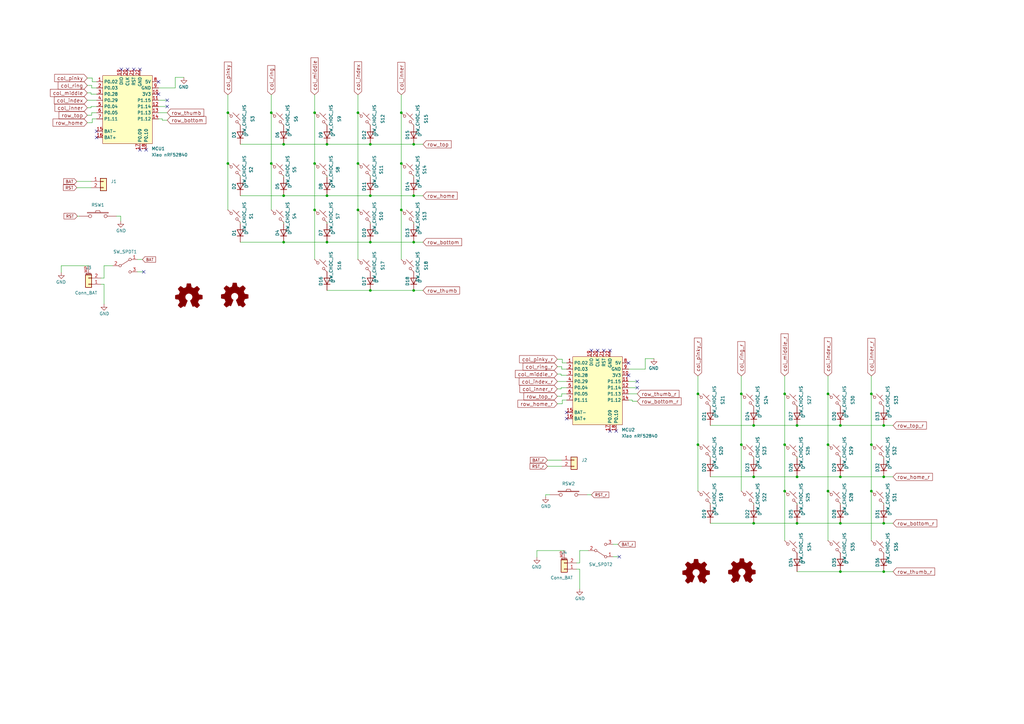
<source format=kicad_sch>
(kicad_sch (version 20231120) (generator "eeschema") (generator_version "8.0")
  (paper "A3")
  (title_block (title "Non Nemo Low Profile") (date "2025-04-09") (rev "0.2.0"))
  (junction (at 357.378 201.422))
  (junction (at 357.378 161.544))
  (junction (at 93.472 46.228))
  (junction (at 321.818 201.422))
  (junction (at 111.252 67.056))
  (junction (at 111.252 46.228))
  (junction (at 286.258 161.544))
  (junction (at 344.678 214.63))
  (junction (at 151.892 80.264))
  (junction (at 164.592 86.106))
  (junction (at 344.678 234.442))
  (junction (at 326.898 174.498))
  (junction (at 129.032 46.228))
  (junction (at 134.112 59.182))
  (junction (at 326.898 195.58))
  (junction (at 116.332 80.264))
  (junction (at 339.598 161.544))
  (junction (at 326.898 214.63))
  (junction (at 151.892 59.182))
  (junction (at 362.458 214.63))
  (junction (at 362.458 195.58))
  (junction (at 309.118 214.63))
  (junction (at 362.458 174.498))
  (junction (at 93.472 67.056))
  (junction (at 304.038 161.544))
  (junction (at 116.332 99.314))
  (junction (at 151.892 99.314))
  (junction (at 164.592 46.228))
  (junction (at 146.812 46.228))
  (junction (at 321.818 161.544))
  (junction (at 344.678 174.498))
  (junction (at 169.672 80.264))
  (junction (at 129.032 86.106))
  (junction (at 116.332 59.182))
  (junction (at 169.672 59.182))
  (junction (at 339.598 201.422))
  (junction (at 286.258 182.372))
  (junction (at 321.818 182.372))
  (junction (at 151.892 119.126))
  (junction (at 169.672 99.314))
  (junction (at 164.592 67.056))
  (junction (at 134.112 99.314))
  (junction (at 129.032 67.056))
  (junction (at 134.112 80.264))
  (junction (at 169.672 119.126))
  (junction (at 146.812 67.056))
  (junction (at 146.812 86.106))
  (junction (at 309.118 195.58))
  (junction (at 309.118 174.498))
  (junction (at 344.678 195.58))
  (junction (at 362.458 234.442))
  (junction (at 339.598 182.372))
  (junction (at 357.378 182.372))
  (junction (at 304.038 182.372))
  (no_connect (at 232.41 171.704))
  (no_connect (at 52.324 28.448))
  (no_connect (at 68.58 43.688))
  (no_connect (at 39.624 53.848))
  (no_connect (at 68.58 41.148))
  (no_connect (at 252.73 176.784))
  (no_connect (at 261.366 159.004))
  (no_connect (at 49.784 28.448))
  (no_connect (at 57.404 61.468))
  (no_connect (at 232.41 169.164))
  (no_connect (at 242.57 143.764))
  (no_connect (at 245.11 143.764))
  (no_connect (at 261.366 156.464))
  (no_connect (at 65.024 33.528))
  (no_connect (at 59.944 61.468))
  (no_connect (at 57.404 28.448))
  (no_connect (at 247.65 143.764))
  (no_connect (at 254 228.346))
  (no_connect (at 58.928 111.506))
  (no_connect (at 257.81 153.924))
  (no_connect (at 250.19 143.764))
  (no_connect (at 257.81 148.844))
  (no_connect (at 39.624 56.388))
  (no_connect (at 65.024 38.608))
  (no_connect (at 54.864 28.448))
  (no_connect (at 250.19 176.784))
  (wire (pts (xy 164.592 46.228) (xy 164.592 67.056)))
  (wire (pts (xy 344.678 195.58) (xy 362.458 195.58)))
  (wire (pts (xy 169.672 80.264) (xy 173.482 80.264)))
  (wire (pts (xy 339.598 182.372) (xy 339.598 201.422)))
  (wire (pts (xy 242.57 202.946) (xy 240.792 202.946)))
  (wire (pts (xy 111.252 46.228) (xy 111.252 67.056)))
  (wire (pts (xy 98.552 51.308) (xy 98.552 51.562)))
  (wire (pts (xy 164.592 38.862) (xy 164.592 46.228)))
  (wire (pts (xy 344.678 166.624) (xy 344.678 166.878)))
  (wire (pts (xy 42.672 116.586) (xy 41.402 116.586)))
  (wire (pts (xy 164.592 67.056) (xy 164.592 86.106)))
  (wire (pts (xy 37.592 47.244) (xy 37.592 46.228)))
  (wire (pts (xy 224.536 188.722) (xy 230.378 188.722)))
  (wire (pts (xy 309.118 206.502) (xy 309.118 207.01)))
  (wire (pts (xy 357.378 201.422) (xy 357.378 221.742)))
  (wire (pts (xy 309.118 214.63) (xy 326.898 214.63)))
  (wire (pts (xy 326.898 214.63) (xy 344.678 214.63)))
  (wire (pts (xy 228.6 150.368) (xy 230.378 150.368)))
  (wire (pts (xy 31.496 76.962) (xy 37.338 76.962)))
  (wire (pts (xy 223.774 202.946) (xy 225.552 202.946)))
  (wire (pts (xy 321.818 182.372) (xy 321.818 201.422)))
  (wire (pts (xy 66.548 48.768) (xy 65.024 48.768)))
  (wire (pts (xy 362.458 166.624) (xy 362.458 166.878)))
  (wire (pts (xy 344.678 234.442) (xy 362.458 234.442)))
  (wire (pts (xy 259.334 164.084) (xy 257.81 164.084)))
  (wire (pts (xy 42.672 108.966) (xy 42.672 114.046)))
  (wire (pts (xy 164.592 86.106) (xy 164.592 106.426)))
  (wire (pts (xy 37.592 36.068) (xy 39.624 36.068)))
  (wire (pts (xy 37.846 50.292) (xy 37.846 48.768)))
  (wire (pts (xy 169.672 91.186) (xy 169.672 91.694)))
  (wire (pts (xy 321.818 201.422) (xy 321.818 221.742)))
  (wire (pts (xy 169.672 99.314) (xy 173.482 99.314)))
  (wire (pts (xy 93.472 67.056) (xy 93.472 86.106)))
  (wire (pts (xy 251.46 223.266) (xy 253.492 223.266)))
  (wire (pts (xy 42.672 114.046) (xy 41.402 114.046)))
  (wire (pts (xy 264.668 151.384) (xy 257.81 151.384)))
  (wire (pts (xy 326.898 187.452) (xy 326.898 187.96)))
  (wire (pts (xy 344.678 214.63) (xy 362.458 214.63)))
  (wire (pts (xy 224.536 191.262) (xy 230.378 191.262)))
  (wire (pts (xy 37.338 44.196) (xy 37.338 43.688)))
  (wire (pts (xy 134.112 80.264) (xy 151.892 80.264)))
  (wire (pts (xy 58.928 111.506) (xy 56.388 111.506)))
  (wire (pts (xy 37.338 38.1) (xy 37.338 38.608)))
  (wire (pts (xy 362.458 195.58) (xy 366.268 195.58)))
  (wire (pts (xy 230.378 150.368) (xy 230.378 151.384)))
  (wire (pts (xy 304.038 182.372) (xy 304.038 201.422)))
  (wire (pts (xy 344.678 187.452) (xy 344.678 187.96)))
  (wire (pts (xy 68.58 41.148) (xy 65.024 41.148)))
  (wire (pts (xy 291.338 187.452) (xy 291.338 187.96)))
  (wire (pts (xy 326.898 206.502) (xy 326.898 207.01)))
  (wire (pts (xy 116.332 80.264) (xy 134.112 80.264)))
  (wire (pts (xy 111.252 67.056) (xy 111.252 86.106)))
  (wire (pts (xy 169.672 59.182) (xy 173.482 59.182)))
  (wire (pts (xy 129.032 46.228) (xy 129.032 67.056)))
  (wire (pts (xy 151.892 80.264) (xy 169.672 80.264)))
  (wire (pts (xy 35.814 44.196) (xy 37.338 44.196)))
  (wire (pts (xy 326.898 234.442) (xy 344.678 234.442)))
  (wire (pts (xy 93.472 46.228) (xy 93.472 67.056)))
  (wire (pts (xy 56.388 106.426) (xy 58.42 106.426)))
  (wire (pts (xy 111.252 38.862) (xy 111.252 46.228)))
  (wire (pts (xy 261.366 161.544) (xy 257.81 161.544)))
  (wire (pts (xy 357.378 182.372) (xy 357.378 201.422)))
  (wire (pts (xy 362.458 206.502) (xy 362.458 207.01)))
  (wire (pts (xy 31.75 88.646) (xy 32.512 88.646)))
  (wire (pts (xy 357.378 154.178) (xy 357.378 161.544)))
  (wire (pts (xy 93.472 38.862) (xy 93.472 46.228)))
  (wire (pts (xy 151.892 51.308) (xy 151.892 51.562)))
  (wire (pts (xy 259.334 164.592) (xy 259.334 164.084)))
  (wire (pts (xy 362.458 187.452) (xy 362.458 187.96)))
  (wire (pts (xy 71.882 36.068) (xy 65.024 36.068)))
  (wire (pts (xy 291.338 166.624) (xy 291.338 166.878)))
  (wire (pts (xy 134.112 99.314) (xy 151.892 99.314)))
  (wire (pts (xy 228.6 156.464) (xy 232.41 156.464)))
  (wire (pts (xy 228.6 162.56) (xy 230.378 162.56)))
  (wire (pts (xy 116.332 99.314) (xy 134.112 99.314)))
  (wire (pts (xy 261.366 164.592) (xy 259.334 164.592)))
  (wire (pts (xy 254 228.346) (xy 251.46 228.346)))
  (wire (pts (xy 151.892 119.126) (xy 169.672 119.126)))
  (wire (pts (xy 68.58 43.688) (xy 65.024 43.688)))
  (wire (pts (xy 237.744 233.426) (xy 236.474 233.426)))
  (wire (pts (xy 36.322 108.966) (xy 25.146 108.966)))
  (wire (pts (xy 326.898 166.624) (xy 326.898 166.878)))
  (wire (pts (xy 129.032 86.106) (xy 129.032 106.426)))
  (wire (pts (xy 37.846 48.768) (xy 39.624 48.768)))
  (wire (pts (xy 98.552 99.314) (xy 116.332 99.314)))
  (wire (pts (xy 173.482 119.126) (xy 169.672 119.126)))
  (wire (pts (xy 35.814 50.292) (xy 37.846 50.292)))
  (wire (pts (xy 230.378 161.544) (xy 232.41 161.544)))
  (wire (pts (xy 151.892 72.136) (xy 151.892 72.644)))
  (wire (pts (xy 230.378 151.384) (xy 232.41 151.384)))
  (wire (pts (xy 116.332 59.182) (xy 134.112 59.182)))
  (wire (pts (xy 344.678 174.498) (xy 362.458 174.498)))
  (wire (pts (xy 151.892 99.314) (xy 169.672 99.314)))
  (wire (pts (xy 230.124 159.512) (xy 230.124 159.004)))
  (wire (pts (xy 362.458 214.63) (xy 366.268 214.63)))
  (wire (pts (xy 35.814 38.1) (xy 37.338 38.1)))
  (wire (pts (xy 169.672 72.136) (xy 169.672 72.644)))
  (wire (pts (xy 286.258 154.178) (xy 286.258 161.544)))
  (wire (pts (xy 268.224 147.066) (xy 264.668 147.066)))
  (wire (pts (xy 68.58 46.228) (xy 65.024 46.228)))
  (wire (pts (xy 66.548 49.276) (xy 66.548 48.768)))
  (wire (pts (xy 230.632 165.608) (xy 230.632 164.084)))
  (wire (pts (xy 31.496 74.422) (xy 37.338 74.422)))
  (wire (pts (xy 228.6 159.512) (xy 230.124 159.512)))
  (wire (pts (xy 169.672 51.308) (xy 169.672 51.562)))
  (wire (pts (xy 146.812 38.862) (xy 146.812 46.228)))
  (wire (pts (xy 309.118 195.58) (xy 326.898 195.58)))
  (wire (pts (xy 220.218 225.806) (xy 220.218 228.6)))
  (wire (pts (xy 230.378 162.56) (xy 230.378 161.544)))
  (wire (pts (xy 339.598 161.544) (xy 339.598 182.372)))
  (wire (pts (xy 35.814 32.004) (xy 37.846 32.004)))
  (wire (pts (xy 309.118 174.498) (xy 326.898 174.498)))
  (wire (pts (xy 37.592 46.228) (xy 39.624 46.228)))
  (wire (pts (xy 75.438 31.75) (xy 71.882 31.75)))
  (wire (pts (xy 98.552 80.264) (xy 116.332 80.264)))
  (wire (pts (xy 291.338 206.502) (xy 291.338 207.01)))
  (wire (pts (xy 230.124 153.924) (xy 232.41 153.924)))
  (wire (pts (xy 304.038 154.178) (xy 304.038 161.544)))
  (wire (pts (xy 326.898 195.58) (xy 344.678 195.58)))
  (wire (pts (xy 42.672 116.586) (xy 42.672 124.714)))
  (wire (pts (xy 237.744 233.426) (xy 237.744 241.554)))
  (wire (pts (xy 71.882 31.75) (xy 71.882 36.068)))
  (wire (pts (xy 35.814 47.244) (xy 37.592 47.244)))
  (wire (pts (xy 37.592 35.052) (xy 37.592 36.068)))
  (wire (pts (xy 366.268 234.442) (xy 362.458 234.442)))
  (wire (pts (xy 42.672 108.966) (xy 46.228 108.966)))
  (wire (pts (xy 291.338 214.63) (xy 309.118 214.63)))
  (wire (pts (xy 37.338 38.608) (xy 39.624 38.608)))
  (wire (pts (xy 228.6 153.416) (xy 230.124 153.416)))
  (wire (pts (xy 321.818 154.178) (xy 321.818 161.544)))
  (wire (pts (xy 151.892 91.186) (xy 151.892 91.694)))
  (wire (pts (xy 49.53 88.646) (xy 47.752 88.646)))
  (wire (pts (xy 237.744 225.806) (xy 241.3 225.806)))
  (wire (pts (xy 68.58 49.276) (xy 66.548 49.276)))
  (wire (pts (xy 291.338 195.58) (xy 309.118 195.58)))
  (wire (pts (xy 230.632 147.32) (xy 230.632 148.844)))
  (wire (pts (xy 116.332 72.136) (xy 116.332 72.644)))
  (wire (pts (xy 37.338 43.688) (xy 39.624 43.688)))
  (wire (pts (xy 35.814 41.148) (xy 39.624 41.148)))
  (wire (pts (xy 357.378 161.544) (xy 357.378 182.372)))
  (wire (pts (xy 339.598 154.178) (xy 339.598 161.544)))
  (wire (pts (xy 134.112 51.308) (xy 134.112 51.562)))
  (wire (pts (xy 231.394 225.806) (xy 220.218 225.806)))
  (wire (pts (xy 291.338 174.498) (xy 309.118 174.498)))
  (wire (pts (xy 326.898 174.498) (xy 344.678 174.498)))
  (wire (pts (xy 134.112 91.186) (xy 134.112 91.694)))
  (wire (pts (xy 116.332 51.308) (xy 116.332 51.562)))
  (wire (pts (xy 286.258 161.544) (xy 286.258 182.372)))
  (wire (pts (xy 37.846 32.004) (xy 37.846 33.528)))
  (wire (pts (xy 321.818 161.544) (xy 321.818 182.372)))
  (wire (pts (xy 264.668 147.066) (xy 264.668 151.384)))
  (wire (pts (xy 228.6 147.32) (xy 230.632 147.32)))
  (wire (pts (xy 228.6 165.608) (xy 230.632 165.608)))
  (wire (pts (xy 339.598 201.422) (xy 339.598 221.742)))
  (wire (pts (xy 261.366 156.464) (xy 257.81 156.464)))
  (wire (pts (xy 309.118 166.624) (xy 309.118 166.878)))
  (wire (pts (xy 129.032 67.056) (xy 129.032 86.106)))
  (wire (pts (xy 98.552 91.186) (xy 98.552 91.694)))
  (wire (pts (xy 237.744 230.886) (xy 236.474 230.886)))
  (wire (pts (xy 116.332 91.186) (xy 116.332 91.694)))
  (wire (pts (xy 362.458 174.498) (xy 366.268 174.498)))
  (wire (pts (xy 49.53 90.678) (xy 49.53 88.646)))
  (wire (pts (xy 261.366 159.004) (xy 257.81 159.004)))
  (wire (pts (xy 309.118 187.452) (xy 309.118 187.96)))
  (wire (pts (xy 230.632 148.844) (xy 232.41 148.844)))
  (wire (pts (xy 134.112 119.126) (xy 151.892 119.126)))
  (wire (pts (xy 151.892 59.182) (xy 169.672 59.182)))
  (wire (pts (xy 98.552 59.182) (xy 116.332 59.182)))
  (wire (pts (xy 35.814 35.052) (xy 37.592 35.052)))
  (wire (pts (xy 304.038 161.544) (xy 304.038 182.372)))
  (wire (pts (xy 98.552 72.136) (xy 98.552 72.644)))
  (wire (pts (xy 25.146 108.966) (xy 25.146 111.76)))
  (wire (pts (xy 230.124 159.004) (xy 232.41 159.004)))
  (wire (pts (xy 286.258 182.372) (xy 286.258 201.422)))
  (wire (pts (xy 344.678 206.502) (xy 344.678 207.01)))
  (wire (pts (xy 230.124 153.416) (xy 230.124 153.924)))
  (wire (pts (xy 146.812 67.056) (xy 146.812 86.106)))
  (wire (pts (xy 230.632 164.084) (xy 232.41 164.084)))
  (wire (pts (xy 134.112 72.136) (xy 134.112 72.644)))
  (wire (pts (xy 129.032 38.862) (xy 129.032 46.228)))
  (wire (pts (xy 134.112 59.182) (xy 151.892 59.182)))
  (wire (pts (xy 146.812 86.106) (xy 146.812 106.426)))
  (wire (pts (xy 37.846 33.528) (xy 39.624 33.528)))
  (wire (pts (xy 223.774 203.708) (xy 223.774 202.946)))
  (wire (pts (xy 237.744 225.806) (xy 237.744 230.886)))
  (wire (pts (xy 146.812 46.228) (xy 146.812 67.056)))
  (global_label "row_top" (shape input) (at 173.482 59.182 0) (effects (font (size 1.524 1.524))) (property "Intersheetrefs" "${INTERSHEET_REFS}" (effects (hide yes))))
  (global_label "row_home" (shape input) (at 173.482 80.264 0) (effects (font (size 1.524 1.524))) (property "Intersheetrefs" "${INTERSHEET_REFS}" (effects (hide yes))))
  (global_label "col_pinky" (shape input) (at 35.814 32.004 180) (effects (font (size 1.524 1.524))) (property "Intersheetrefs" "${INTERSHEET_REFS}" (effects (hide yes))))
  (global_label "row_top_r" (shape input) (at 366.268 174.498 0) (effects (font (size 1.524 1.524))) (property "Intersheetrefs" "${INTERSHEET_REFS}" (effects (hide yes))))
  (global_label "col_pinky_r" (shape input) (at 286.258 154.178 90) (effects (font (size 1.524 1.524))) (property "Intersheetrefs" "${INTERSHEET_REFS}" (effects (hide yes))))
  (global_label "col_index_r" (shape input) (at 339.598 154.178 90) (effects (font (size 1.524 1.524))) (property "Intersheetrefs" "${INTERSHEET_REFS}" (effects (hide yes))))
  (global_label "row_thumb" (shape input) (at 68.58 46.228 0) (effects (font (size 1.524 1.524))) (property "Intersheetrefs" "${INTERSHEET_REFS}" (effects (hide yes))))
  (global_label "row_top_r" (shape input) (at 228.6 162.56 180) (effects (font (size 1.524 1.524))) (property "Intersheetrefs" "${INTERSHEET_REFS}" (effects (hide yes))))
  (global_label "col_middle_r" (shape input) (at 228.6 153.416 180) (effects (font (size 1.524 1.524))) (property "Intersheetrefs" "${INTERSHEET_REFS}" (effects (hide yes))))
  (global_label "BAT" (shape input) (at 31.496 74.422 180) (effects (font (size 1.1938 1.1938))) (property "Intersheetrefs" "${INTERSHEET_REFS}" (effects (hide yes))))
  (global_label "RST" (shape input) (at 31.496 76.962 180) (effects (font (size 1.1938 1.1938))) (property "Intersheetrefs" "${INTERSHEET_REFS}" (effects (hide yes))))
  (global_label "col_inner_r" (shape input) (at 357.378 154.178 90) (effects (font (size 1.524 1.524))) (property "Intersheetrefs" "${INTERSHEET_REFS}" (effects (hide yes))))
  (global_label "col_pinky" (shape input) (at 93.472 38.862 90) (effects (font (size 1.524 1.524))) (property "Intersheetrefs" "${INTERSHEET_REFS}" (effects (hide yes))))
  (global_label "col_inner" (shape input) (at 164.592 38.862 90) (effects (font (size 1.524 1.524))) (property "Intersheetrefs" "${INTERSHEET_REFS}" (effects (hide yes))))
  (global_label "col_pinky_r" (shape input) (at 228.6 147.32 180) (effects (font (size 1.524 1.524))) (property "Intersheetrefs" "${INTERSHEET_REFS}" (effects (hide yes))))
  (global_label "col_ring" (shape input) (at 111.252 38.862 90) (effects (font (size 1.524 1.524))) (property "Intersheetrefs" "${INTERSHEET_REFS}" (effects (hide yes))))
  (global_label "row_bottom" (shape input) (at 173.482 99.314 0) (effects (font (size 1.524 1.524))) (property "Intersheetrefs" "${INTERSHEET_REFS}" (effects (hide yes))))
  (global_label "col_index" (shape input) (at 35.814 41.148 180) (effects (font (size 1.524 1.524))) (property "Intersheetrefs" "${INTERSHEET_REFS}" (effects (hide yes))))
  (global_label "BAT_r" (shape input) (at 224.536 188.722 180) (effects (font (size 1.1938 1.1938))) (property "Intersheetrefs" "${INTERSHEET_REFS}" (effects (hide yes))))
  (global_label "col_ring_r" (shape input) (at 228.6 150.368 180) (effects (font (size 1.524 1.524))) (property "Intersheetrefs" "${INTERSHEET_REFS}" (effects (hide yes))))
  (global_label "col_middle" (shape input) (at 35.814 38.1 180) (effects (font (size 1.524 1.524))) (property "Intersheetrefs" "${INTERSHEET_REFS}" (effects (hide yes))))
  (global_label "row_bottom_r" (shape input) (at 366.268 214.63 0) (effects (font (size 1.524 1.524))) (property "Intersheetrefs" "${INTERSHEET_REFS}" (effects (hide yes))))
  (global_label "RST_r" (shape input) (at 242.57 202.946 0) (effects (font (size 1.1938 1.1938))) (property "Intersheetrefs" "${INTERSHEET_REFS}" (effects (hide yes))))
  (global_label "row_thumb" (shape input) (at 173.482 119.126 0) (effects (font (size 1.524 1.524))) (property "Intersheetrefs" "${INTERSHEET_REFS}" (effects (hide yes))))
  (global_label "col_ring_r" (shape input) (at 304.038 154.178 90) (effects (font (size 1.524 1.524))) (property "Intersheetrefs" "${INTERSHEET_REFS}" (effects (hide yes))))
  (global_label "col_index" (shape input) (at 146.812 38.862 90) (effects (font (size 1.524 1.524))) (property "Intersheetrefs" "${INTERSHEET_REFS}" (effects (hide yes))))
  (global_label "RST_r" (shape input) (at 224.536 191.262 180) (effects (font (size 1.1938 1.1938))) (property "Intersheetrefs" "${INTERSHEET_REFS}" (effects (hide yes))))
  (global_label "col_inner_r" (shape input) (at 228.6 159.512 180) (effects (font (size 1.524 1.524))) (property "Intersheetrefs" "${INTERSHEET_REFS}" (effects (hide yes))))
  (global_label "row_home_r" (shape input) (at 228.6 165.608 180) (effects (font (size 1.524 1.524))) (property "Intersheetrefs" "${INTERSHEET_REFS}" (effects (hide yes))))
  (global_label "row_home" (shape input) (at 35.814 50.292 180) (effects (font (size 1.524 1.524))) (property "Intersheetrefs" "${INTERSHEET_REFS}" (effects (hide yes))))
  (global_label "col_middle" (shape input) (at 129.032 38.862 90) (effects (font (size 1.524 1.524))) (property "Intersheetrefs" "${INTERSHEET_REFS}" (effects (hide yes))))
  (global_label "row_thumb_r" (shape input) (at 261.366 161.544 0) (effects (font (size 1.524 1.524))) (property "Intersheetrefs" "${INTERSHEET_REFS}" (effects (hide yes))))
  (global_label "BAT_r" (shape input) (at 253.492 223.266 0) (effects (font (size 1.1938 1.1938))) (property "Intersheetrefs" "${INTERSHEET_REFS}" (effects (hide yes))))
  (global_label "row_bottom_r" (shape input) (at 261.366 164.592 0) (effects (font (size 1.524 1.524))) (property "Intersheetrefs" "${INTERSHEET_REFS}" (effects (hide yes))))
  (global_label "col_ring" (shape input) (at 35.814 35.052 180) (effects (font (size 1.524 1.524))) (property "Intersheetrefs" "${INTERSHEET_REFS}" (effects (hide yes))))
  (global_label "col_index_r" (shape input) (at 228.6 156.464 180) (effects (font (size 1.524 1.524))) (property "Intersheetrefs" "${INTERSHEET_REFS}" (effects (hide yes))))
  (global_label "col_inner" (shape input) (at 35.814 44.196 180) (effects (font (size 1.524 1.524))) (property "Intersheetrefs" "${INTERSHEET_REFS}" (effects (hide yes))))
  (global_label "row_bottom" (shape input) (at 68.58 49.276 0) (effects (font (size 1.524 1.524))) (property "Intersheetrefs" "${INTERSHEET_REFS}" (effects (hide yes))))
  (global_label "BAT" (shape input) (at 58.42 106.426 0) (effects (font (size 1.1938 1.1938))) (property "Intersheetrefs" "${INTERSHEET_REFS}" (effects (hide yes))))
  (global_label "RST" (shape input) (at 31.75 88.646 180) (effects (font (size 1.1938 1.1938))) (property "Intersheetrefs" "${INTERSHEET_REFS}" (effects (hide yes))))
  (global_label "row_home_r" (shape input) (at 366.268 195.58 0) (effects (font (size 1.524 1.524))) (property "Intersheetrefs" "${INTERSHEET_REFS}" (effects (hide yes))))
  (global_label "row_top" (shape input) (at 35.814 47.244 180) (effects (font (size 1.524 1.524))) (property "Intersheetrefs" "${INTERSHEET_REFS}" (effects (hide yes))))
  (global_label "row_thumb_r" (shape input) (at 366.268 234.442 0) (effects (font (size 1.524 1.524))) (property "Intersheetrefs" "${INTERSHEET_REFS}" (effects (hide yes))))
  (global_label "col_middle_r" (shape input) (at 321.818 154.178 90) (effects (font (size 1.524 1.524))) (property "Intersheetrefs" "${INTERSHEET_REFS}" (effects (hide yes))))
  (symbol (lib_id "Device:D") (at 134.112 55.372 90) (unit 1)
    (property "Reference" "D9" (at 131.572 55.372 0))
    (property "Value" "D" (at 136.652 55.372 0))
    (property "Footprint" "TB2086_SMD:D3_SMD" (effects (hide yes)))
    (property "Sim.Device" "D" (effects (hide yes)))
    (property "Sim.Pins" "1=K 2=A" (effects (hide yes)))
  )
  (symbol (lib_id "Connector_Generic:Conn_01x02") (at 42.418 74.422 0) (unit 1)
    (property "Reference" "J1" (at 45.466 74.4219 0) (effects (justify left)))
    (property "Value" "Conn_01x02" (effects (hide yes)))
    (property "Footprint" "TB2086_MISC:Tag_Pogopin_1x02_P2.54mm" (effects (hide yes)))
    (property "Description" "Generic connector, single row, 01x02, script generated (kicad-library-utils/schlib/autogen/connector/)" (effects (hide yes)))
  )
  (symbol (lib_id "power:GND") (at 237.744 241.554 0) (mirror y) (unit 1)
    (property "Reference" "#PWR06" (effects (hide yes)))
    (property "Value" "GND" (at 237.871 245.491 0))
  )
  (symbol (lib_id "Device:D") (at 326.898 170.688 90) (unit 1)
    (property "Reference" "D27" (at 324.358 170.688 0))
    (property "Value" "D" (at 329.438 170.688 0))
    (property "Footprint" "TB2086_SMD:D3_SMD" (effects (hide yes)))
    (property "Sim.Device" "D" (effects (hide yes)))
    (property "Sim.Pins" "1=K 2=A" (effects (hide yes)))
  )
  (symbol (lib_id "Device:D") (at 291.338 170.688 90) (unit 1)
    (property "Reference" "D21" (at 288.798 170.688 0))
    (property "Value" "D" (at 293.878 170.688 0))
    (property "Footprint" "TB2086_SMD:D3_SMD" (effects (hide yes)))
    (property "Sim.Device" "D" (effects (hide yes)))
    (property "Sim.Pins" "1=K 2=A" (effects (hide yes)))
  )
  (symbol (lib_id "Device:D") (at 116.332 76.454 90) (unit 1)
    (property "Reference" "D5" (at 113.792 76.454 0))
    (property "Value" "D" (at 118.872 76.454 0))
    (property "Footprint" "TB2086_SMD:D3_SMD" (effects (hide yes)))
    (property "Sim.Device" "D" (effects (hide yes)))
    (property "Sim.Pins" "1=K 2=A" (effects (hide yes)))
  )
  (symbol (lib_id "TB2086_KEYSWITCH:SW_CHOC_HS") (at 342.138 224.282 270) (mirror x) (unit 1)
    (property "Reference" "S35" (at 349.758 224.282 0))
    (property "Value" "SW_CHOC_HS" (at 346.329 224.663 0))
    (property "Footprint" "TB2086_KEYSWITCH:SW_choc_v1_v2_HS_1u" (effects (hide yes)))
    (property "Description" "Push button switch, normally open, two pins, 45° tilted" (effects (hide yes)))
  )
  (symbol (lib_id "power:GND") (at 42.672 124.714 0) (mirror y) (unit 1)
    (property "Reference" "#PWR03" (effects (hide yes)))
    (property "Value" "GND" (at 42.799 128.651 0))
  )
  (symbol (lib_id "TB2086_KEYSWITCH:SW_CHOC_HS") (at 324.358 224.282 270) (mirror x) (unit 1)
    (property "Reference" "S34" (at 331.978 224.282 0))
    (property "Value" "SW_CHOC_HS" (at 328.549 224.663 0))
    (property "Footprint" "TB2086_KEYSWITCH:SW_choc_v1_v2_HS_1u" (effects (hide yes)))
    (property "Description" "Push button switch, normally open, two pins, 45° tilted" (effects (hide yes)))
  )
  (symbol (lib_id "Device:D") (at 326.898 210.82 90) (unit 1)
    (property "Reference" "D25" (at 324.358 210.82 0))
    (property "Value" "D" (at 329.438 210.82 0))
    (property "Footprint" "TB2086_SMD:D3_SMD" (effects (hide yes)))
    (property "Sim.Device" "D" (effects (hide yes)))
    (property "Sim.Pins" "1=K 2=A" (effects (hide yes)))
  )
  (symbol (lib_id "TB2086_KEYSWITCH:SW_CHOC_HS") (at 342.138 184.912 270) (mirror x) (unit 1)
    (property "Reference" "S29" (at 349.123 184.912 0))
    (property "Value" "SW_CHOC_HS" (at 346.329 185.293 0))
    (property "Footprint" "TB2086_KEYSWITCH:SW_choc_v1_v2_HS_1u" (effects (hide yes)))
    (property "Description" "Push button switch, normally open, two pins, 45° tilted" (effects (hide yes)))
  )
  (symbol (lib_id "Device:D") (at 116.332 55.372 90) (unit 1)
    (property "Reference" "D6" (at 113.792 55.372 0))
    (property "Value" "D" (at 118.872 55.372 0))
    (property "Footprint" "TB2086_SMD:D3_SMD" (effects (hide yes)))
    (property "Sim.Device" "D" (effects (hide yes)))
    (property "Sim.Pins" "1=K 2=A" (effects (hide yes)))
  )
  (symbol (lib_id "Device:D") (at 362.458 230.632 90) (unit 1)
    (property "Reference" "D36" (at 359.918 230.632 0))
    (property "Value" "D" (at 364.998 230.632 0))
    (property "Footprint" "TB2086_SMD:D3_SMD" (effects (hide yes)))
    (property "Sim.Device" "D" (effects (hide yes)))
    (property "Sim.Pins" "1=K 2=A" (effects (hide yes)))
  )
  (symbol (lib_id "Device:D") (at 116.332 95.504 90) (unit 1)
    (property "Reference" "D4" (at 113.792 95.504 0))
    (property "Value" "D" (at 118.872 95.504 0))
    (property "Footprint" "TB2086_SMD:D3_SMD" (effects (hide yes)))
    (property "Sim.Device" "D" (effects (hide yes)))
    (property "Sim.Pins" "1=K 2=A" (effects (hide yes)))
  )
  (symbol (lib_id "TB2086_KEYSWITCH:SW_CHOC_HS") (at 288.798 164.084 270) (mirror x) (unit 1)
    (property "Reference" "S21" (at 296.418 164.084 0))
    (property "Value" "SW_CHOC_HS" (at 292.989 164.465 0))
    (property "Footprint" "TB2086_KEYSWITCH:SW_choc_v1_v2_HS_1u" (effects (hide yes)))
    (property "Description" "Push button switch, normally open, two pins, 45° tilted" (effects (hide yes)))
  )
  (symbol (lib_id "power:GND") (at 561.34 21.59 0) (unit 1)
    (property "Reference" "#PWR023" (effects (hide yes)))
    (property "Value" "GND" (at 561.34 25.4 0))
  )
  (symbol (lib_id "power:GND") (at 25.146 111.76 0) (unit 1)
    (property "Reference" "#PWR02" (effects (hide yes)))
    (property "Value" "GND" (at 25.019 115.697 0))
  )
  (symbol (lib_id "TB2086_KEYSWITCH:SW_CHOC_HS") (at 149.352 48.768 270) (mirror x) (unit 1)
    (property "Reference" "S12" (at 156.972 48.768 0))
    (property "Value" "SW_CHOC_HS" (at 153.543 49.149 0))
    (property "Footprint" "TB2086_KEYSWITCH:SW_choc_v1_v2_HS_1u" (effects (hide yes)))
    (property "Description" "Push button switch, normally open, two pins, 45° tilted" (effects (hide yes)))
  )
  (symbol (lib_id "Device:D") (at 344.678 170.688 90) (unit 1)
    (property "Reference" "D30" (at 342.138 170.688 0))
    (property "Value" "D" (at 347.218 170.688 0))
    (property "Footprint" "TB2086_SMD:D3_SMD" (effects (hide yes)))
    (property "Sim.Device" "D" (effects (hide yes)))
    (property "Sim.Pins" "1=K 2=A" (effects (hide yes)))
  )
  (symbol (lib_id "TB2086_MCU:xiao_nRF52840") (at 245.11 162.814 0) (unit 1) (in_bom no)
    (property "Reference" "MCU2" (at 254.9241 176.276 0) (effects (justify left)))
    (property "Value" "Xiao nRF52840" (at 254.9241 178.816 0) (effects (justify left)))
    (property "Footprint" "TB2086_G_MCU:Xiao_nRF52840_edgecut" (effects (hide yes)))
    (property "Description" "Symbol for a Seeeduino Xiao nRF52840" (effects (hide yes)))
  )
  (symbol (lib_id "Device:D") (at 362.458 170.688 90) (unit 1)
    (property "Reference" "D33" (at 359.918 170.688 0))
    (property "Value" "D" (at 364.998 170.688 0))
    (property "Footprint" "TB2086_SMD:D3_SMD" (effects (hide yes)))
    (property "Sim.Device" "D" (effects (hide yes)))
    (property "Sim.Pins" "1=K 2=A" (effects (hide yes)))
  )
  (symbol (lib_id "power:PWR_FLAG") (at 571.5 21.59 180) (unit 1)
    (property "Reference" "#FLG02" (effects (hide yes)))
    (property "Value" "PWR_FLAG" (at 571.5 25.4 0))
  )
  (symbol (lib_id "TB2086_KEYSWITCH:SW_CHOC_HS") (at 288.798 184.912 270) (mirror x) (unit 1)
    (property "Reference" "S20" (at 295.783 184.912 0))
    (property "Value" "SW_CHOC_HS" (at 292.989 185.293 0))
    (property "Footprint" "TB2086_KEYSWITCH:SW_choc_v1_v2_HS_1u" (effects (hide yes)))
    (property "Description" "Push button switch, normally open, two pins, 45° tilted" (effects (hide yes)))
  )
  (symbol (lib_id "Device:D") (at 169.672 55.372 90) (unit 1)
    (property "Reference" "D15" (at 167.132 55.372 0))
    (property "Value" "D" (at 172.212 55.372 0))
    (property "Footprint" "TB2086_SMD:D3_SMD" (effects (hide yes)))
    (property "Sim.Device" "D" (effects (hide yes)))
    (property "Sim.Pins" "1=K 2=A" (effects (hide yes)))
  )
  (symbol (lib_id "Device:D") (at 151.892 95.504 90) (unit 1)
    (property "Reference" "D10" (at 149.352 95.504 0))
    (property "Value" "D" (at 154.432 95.504 0))
    (property "Footprint" "TB2086_SMD:D3_SMD" (effects (hide yes)))
    (property "Sim.Device" "D" (effects (hide yes)))
    (property "Sim.Pins" "1=K 2=A" (effects (hide yes)))
  )
  (symbol (lib_id "Device:D") (at 309.118 210.82 90) (unit 1)
    (property "Reference" "D22" (at 306.578 210.82 0))
    (property "Value" "D" (at 311.658 210.82 0))
    (property "Footprint" "TB2086_SMD:D3_SMD" (effects (hide yes)))
    (property "Sim.Device" "D" (effects (hide yes)))
    (property "Sim.Pins" "1=K 2=A" (effects (hide yes)))
  )
  (symbol (lib_id "Device:D") (at 134.112 95.504 90) (unit 1)
    (property "Reference" "D7" (at 131.572 95.504 0))
    (property "Value" "D" (at 136.652 95.504 0))
    (property "Footprint" "TB2086_SMD:D3_SMD" (effects (hide yes)))
    (property "Sim.Device" "D" (effects (hide yes)))
    (property "Sim.Pins" "1=K 2=A" (effects (hide yes)))
  )
  (symbol (lib_id "TB2086_SMD:SMT 2X4X3.5MM Tactile Tact Push Button") (at 40.132 88.646 0) (unit 1)
    (property "Reference" "RSW1" (at 40.132 84.074 0))
    (property "Value" "SMT 2X4X3.5MM Tactile Tact Push Button" (effects (hide yes)))
    (property "Footprint" "TB2086_SMD:SMT 2X4X3.5MM Tactile Tact Push Button" (effects (hide yes)))
  )
  (symbol (lib_id "TB2086_KEYSWITCH:SW_CHOC_HS") (at 167.132 69.596 270) (mirror x) (unit 1)
    (property "Reference" "S14" (at 174.117 69.596 0))
    (property "Value" "SW_CHOC_HS" (at 171.323 69.977 0))
    (property "Footprint" "TB2086_KEYSWITCH:SW_choc_v1_v2_HS_1u" (effects (hide yes)))
    (property "Description" "Push button switch, normally open, two pins, 45° tilted" (effects (hide yes)))
  )
  (symbol (lib_id "TB2086_SMD:SMT 2X4X3.5MM Tactile Tact Push Button") (at 233.172 202.946 0) (unit 1)
    (property "Reference" "RSW2" (at 233.172 198.374 0))
    (property "Value" "SMT 2X4X3.5MM Tactile Tact Push Button" (effects (hide yes)))
    (property "Footprint" "TB2086_SMD:SMT 2X4X3.5MM Tactile Tact Push Button" (effects (hide yes)))
  )
  (symbol (lib_id "Connector_Generic_MountingPin:Conn_01x02_MountingPin") (at 231.394 233.426 180) (unit 1)
    (property "Reference" "J4" (at 231.394 226.6061 0))
    (property "Value" "Conn_BAT" (at 230.4034 236.9566 0))
    (property "Footprint" "TB2086_SMD:Molex_Pico-EZmate_78171-0002_1x02-1MP_P1.20mm_HandSolder" (effects (hide yes)))
    (property "Description" "Generic connectable mounting pin connector, single row, 01x02, script generated (kicad-library-utils/schlib/autogen/connector/)" (effects (hide yes)))
  )
  (symbol (lib_id "Device:D") (at 98.552 55.372 90) (unit 1)
    (property "Reference" "D3" (at 96.012 55.372 0))
    (property "Value" "D" (at 101.092 55.372 0))
    (property "Footprint" "TB2086_SMD:D3_SMD" (effects (hide yes)))
    (property "Sim.Device" "D" (effects (hide yes)))
    (property "Sim.Pins" "1=K 2=A" (effects (hide yes)))
  )
  (symbol (lib_id "TB2086_KEYSWITCH:SW_CHOC_HS") (at 359.918 184.912 270) (mirror x) (unit 1)
    (property "Reference" "S32" (at 366.903 184.912 0))
    (property "Value" "SW_CHOC_HS" (at 364.109 185.293 0))
    (property "Footprint" "TB2086_KEYSWITCH:SW_choc_v1_v2_HS_1u" (effects (hide yes)))
    (property "Description" "Push button switch, normally open, two pins, 45° tilted" (effects (hide yes)))
  )
  (symbol (lib_id "Device:D") (at 169.672 115.316 90) (unit 1)
    (property "Reference" "D18" (at 167.132 115.316 0))
    (property "Value" "D" (at 172.212 115.316 0))
    (property "Footprint" "TB2086_SMD:D3_SMD" (effects (hide yes)))
    (property "Sim.Device" "D" (effects (hide yes)))
    (property "Sim.Pins" "1=K 2=A" (effects (hide yes)))
  )
  (symbol (lib_id "TB2086_KEYSWITCH:SW_CHOC_HS") (at 288.798 203.962 270) (mirror x) (unit 1)
    (property "Reference" "S19" (at 295.783 203.962 0))
    (property "Value" "SW_CHOC_HS" (at 292.989 204.343 0))
    (property "Footprint" "TB2086_KEYSWITCH:SW_choc_v1_v2_HS_1u" (effects (hide yes)))
    (property "Description" "Push button switch, normally open, two pins, 45° tilted" (effects (hide yes)))
  )
  (symbol (lib_id "TB2086_KEYSWITCH:SW_CHOC_HS") (at 131.572 108.966 270) (mirror x) (unit 1)
    (property "Reference" "S16" (at 139.192 108.966 0))
    (property "Value" "SW_CHOC_HS" (at 135.763 109.347 0))
    (property "Footprint" "TB2086_KEYSWITCH:SW_choc_v1_v2_HS_1u" (effects (hide yes)))
    (property "Description" "Push button switch, normally open, two pins, 45° tilted" (effects (hide yes)))
  )
  (symbol (lib_id "TB2086_KEYSWITCH:SW_CHOC_HS") (at 359.918 164.084 270) (mirror x) (unit 1)
    (property "Reference" "S33" (at 367.538 164.084 0))
    (property "Value" "SW_CHOC_HS" (at 364.109 164.465 0))
    (property "Footprint" "TB2086_KEYSWITCH:SW_choc_v1_v2_HS_1u" (effects (hide yes)))
    (property "Description" "Push button switch, normally open, two pins, 45° tilted" (effects (hide yes)))
  )
  (symbol (lib_id "TB2086_KEYSWITCH:SW_CHOC_HS") (at 131.572 88.646 270) (mirror x) (unit 1)
    (property "Reference" "S7" (at 138.557 88.646 0))
    (property "Value" "SW_CHOC_HS" (at 135.763 89.027 0))
    (property "Footprint" "TB2086_KEYSWITCH:SW_choc_v1_v2_HS_1u" (effects (hide yes)))
    (property "Description" "Push button switch, normally open, two pins, 45° tilted" (effects (hide yes)))
  )
  (symbol (lib_id "TB2086_KEYSWITCH:SW_CHOC_HS") (at 167.132 108.966 270) (mirror x) (unit 1)
    (property "Reference" "S18" (at 174.752 108.966 0))
    (property "Value" "SW_CHOC_HS" (at 171.323 109.347 0))
    (property "Footprint" "TB2086_KEYSWITCH:SW_choc_v1_v2_HS_1.5u" (effects (hide yes)))
    (property "Description" "Push button switch, normally open, two pins, 45° tilted" (effects (hide yes)))
  )
  (symbol (lib_id "Connector_Generic:Conn_01x02") (at 235.458 188.722 0) (unit 1)
    (property "Reference" "J2" (at 238.506 188.7219 0) (effects (justify left)))
    (property "Value" "Conn_01x02" (effects (hide yes)))
    (property "Footprint" "TB2086_MISC:Tag_Pogopin_1x02_P2.54mm" (effects (hide yes)))
    (property "Description" "Generic connector, single row, 01x02, script generated (kicad-library-utils/schlib/autogen/connector/)" (effects (hide yes)))
  )
  (symbol (lib_id "TB2086_KEYSWITCH:SW_CHOC_HS") (at 96.012 69.596 270) (mirror x) (unit 1)
    (property "Reference" "S2" (at 102.997 69.596 0))
    (property "Value" "SW_CHOC_HS" (at 100.203 69.977 0))
    (property "Footprint" "TB2086_KEYSWITCH:SW_choc_v1_v2_HS_1u" (effects (hide yes)))
    (property "Description" "Push button switch, normally open, two pins, 45° tilted" (effects (hide yes)))
  )
  (symbol (lib_id "TB2086_KEYSWITCH:SW_CHOC_HS") (at 306.578 164.084 270) (mirror x) (unit 1)
    (property "Reference" "S24" (at 314.198 164.084 0))
    (property "Value" "SW_CHOC_HS" (at 310.769 164.465 0))
    (property "Footprint" "TB2086_KEYSWITCH:SW_choc_v1_v2_HS_1u" (effects (hide yes)))
    (property "Description" "Push button switch, normally open, two pins, 45° tilted" (effects (hide yes)))
  )
  (symbol (lib_id "TB2086_KEYSWITCH:SW_CHOC_HS") (at 96.012 88.646 270) (mirror x) (unit 1)
    (property "Reference" "S1" (at 102.997 88.646 0))
    (property "Value" "SW_CHOC_HS" (at 100.203 89.027 0))
    (property "Footprint" "TB2086_KEYSWITCH:SW_choc_v1_v2_HS_1u" (effects (hide yes)))
    (property "Description" "Push button switch, normally open, two pins, 45° tilted" (effects (hide yes)))
  )
  (symbol (lib_id "power:GND") (at 75.438 31.75 0) (unit 1)
    (property "Reference" "#PWR04" (effects (hide yes)))
    (property "Value" "GND" (at 75.311 35.687 0))
  )
  (symbol (lib_id "TB2086_KEYSWITCH:SW_CHOC_HS") (at 324.358 203.962 270) (mirror x) (unit 1)
    (property "Reference" "S25" (at 331.343 203.962 0))
    (property "Value" "SW_CHOC_HS" (at 328.549 204.343 0))
    (property "Footprint" "TB2086_KEYSWITCH:SW_choc_v1_v2_HS_1u" (effects (hide yes)))
    (property "Description" "Push button switch, normally open, two pins, 45° tilted" (effects (hide yes)))
  )
  (symbol (lib_id "Device:D") (at 344.678 191.77 90) (unit 1)
    (property "Reference" "D29" (at 342.138 191.77 0))
    (property "Value" "D" (at 347.218 191.77 0))
    (property "Footprint" "TB2086_SMD:D3_SMD" (effects (hide yes)))
    (property "Sim.Device" "D" (effects (hide yes)))
    (property "Sim.Pins" "1=K 2=A" (effects (hide yes)))
  )
  (symbol (lib_id "Device:D") (at 151.892 55.372 90) (unit 1)
    (property "Reference" "D12" (at 149.352 55.372 0))
    (property "Value" "D" (at 154.432 55.372 0))
    (property "Footprint" "TB2086_SMD:D3_SMD" (effects (hide yes)))
    (property "Sim.Device" "D" (effects (hide yes)))
    (property "Sim.Pins" "1=K 2=A" (effects (hide yes)))
  )
  (symbol (lib_id "TB2086_KEYSWITCH:SW_CHOC_HS") (at 359.918 224.282 270) (mirror x) (unit 1)
    (property "Reference" "S36" (at 367.538 224.282 0))
    (property "Value" "SW_CHOC_HS" (at 364.109 224.663 0))
    (property "Footprint" "TB2086_KEYSWITCH:SW_choc_v1_v2_HS_1.5u" (effects (hide yes)))
    (property "Description" "Push button switch, normally open, two pins, 45° tilted" (effects (hide yes)))
  )
  (symbol (lib_id "Graphic:Logo_Open_Hardware_Small") (at 304.292 234.696 0) (unit 1) (exclude_from_sim yes) (in_bom no) (on_board no)
    (property "Reference" "LOGO4" (effects (hide yes)))
    (property "Value" "Logo_Open_Hardware_Small" (effects (hide yes)))
    (property "Footprint" "TB2086_MISC:OSHW-Logo_5.7x6mm_SilkScreen" (effects (hide yes)))
    (property "Description" "Open Hardware logo, small" (effects (hide yes)))
  )
  (symbol (lib_id "TB2086_KEYSWITCH:SW_CHOC_HS") (at 167.132 48.768 270) (mirror x) (unit 1)
    (property "Reference" "S15" (at 174.752 48.768 0))
    (property "Value" "SW_CHOC_HS" (at 171.323 49.149 0))
    (property "Footprint" "TB2086_KEYSWITCH:SW_choc_v1_v2_HS_1u" (effects (hide yes)))
    (property "Description" "Push button switch, normally open, two pins, 45° tilted" (effects (hide yes)))
  )
  (symbol (lib_id "TB2086_KEYSWITCH:SW_CHOC_HS") (at 149.352 88.646 270) (mirror x) (unit 1)
    (property "Reference" "S10" (at 156.337 88.646 0))
    (property "Value" "SW_CHOC_HS" (at 153.543 89.027 0))
    (property "Footprint" "TB2086_KEYSWITCH:SW_choc_v1_v2_HS_1u" (effects (hide yes)))
    (property "Description" "Push button switch, normally open, two pins, 45° tilted" (effects (hide yes)))
  )
  (symbol (lib_id "TB2086_KEYSWITCH:SW_CHOC_HS") (at 324.358 184.912 270) (mirror x) (unit 1)
    (property "Reference" "S26" (at 331.343 184.912 0))
    (property "Value" "SW_CHOC_HS" (at 328.549 185.293 0))
    (property "Footprint" "TB2086_KEYSWITCH:SW_choc_v1_v2_HS_1u" (effects (hide yes)))
    (property "Description" "Push button switch, normally open, two pins, 45° tilted" (effects (hide yes)))
  )
  (symbol (lib_id "Switch:SW_SPDT") (at 51.308 108.966 0) (unit 1)
    (property "Reference" "SW_SPDT1" (effects (hide yes)))
    (property "Value" "SW_SPDT1" (at 51.308 103.251 0))
    (property "Footprint" "TB2086_SMD:SW_SPDT_PCM12" (effects (hide yes)))
  )
  (symbol (lib_id "power:GND") (at 268.224 147.066 0) (unit 1)
    (property "Reference" "#PWR07" (effects (hide yes)))
    (property "Value" "GND" (at 268.097 151.003 0))
  )
  (symbol (lib_id "TB2086_KEYSWITCH:SW_CHOC_HS") (at 113.792 48.768 270) (mirror x) (unit 1)
    (property "Reference" "S6" (at 121.412 48.768 0))
    (property "Value" "SW_CHOC_HS" (at 117.983 49.149 0))
    (property "Footprint" "TB2086_KEYSWITCH:SW_choc_v1_v2_HS_1u" (effects (hide yes)))
    (property "Description" "Push button switch, normally open, two pins, 45° tilted" (effects (hide yes)))
  )
  (symbol (lib_id "Device:D") (at 326.898 230.632 90) (unit 1)
    (property "Reference" "D34" (at 324.358 230.632 0))
    (property "Value" "D" (at 329.438 230.632 0))
    (property "Footprint" "TB2086_SMD:D3_SMD" (effects (hide yes)))
    (property "Sim.Device" "D" (effects (hide yes)))
    (property "Sim.Pins" "1=K 2=A" (effects (hide yes)))
  )
  (symbol (lib_id "Device:D") (at 362.458 191.77 90) (unit 1)
    (property "Reference" "D32" (at 359.918 191.77 0))
    (property "Value" "D" (at 364.998 191.77 0))
    (property "Footprint" "TB2086_SMD:D3_SMD" (effects (hide yes)))
    (property "Sim.Device" "D" (effects (hide yes)))
    (property "Sim.Pins" "1=K 2=A" (effects (hide yes)))
  )
  (symbol (lib_id "Graphic:Logo_Open_Hardware_Small") (at 96.266 121.666 0) (unit 1) (exclude_from_sim yes) (in_bom no) (on_board no)
    (property "Reference" "LOGO2" (effects (hide yes)))
    (property "Value" "Logo_Open_Hardware_Small" (effects (hide yes)))
    (property "Footprint" "TB2086_MISC:OSHW-Logo_5.7x6mm_SilkScreen" (effects (hide yes)))
    (property "Description" "Open Hardware logo, small" (effects (hide yes)))
  )
  (symbol (lib_id "TB2086_KEYSWITCH:SW_CHOC_HS") (at 131.572 48.768 270) (mirror x) (unit 1)
    (property "Reference" "S9" (at 139.192 48.768 0))
    (property "Value" "SW_CHOC_HS" (at 135.763 49.149 0))
    (property "Footprint" "TB2086_KEYSWITCH:SW_choc_v1_v2_HS_1u" (effects (hide yes)))
    (property "Description" "Push button switch, normally open, two pins, 45° tilted" (effects (hide yes)))
  )
  (symbol (lib_id "TB2086_MCU:xiao_nRF52840") (at 52.324 47.498 0) (unit 1) (in_bom no)
    (property "Reference" "MCU1" (at 62.1381 60.96 0) (effects (justify left)))
    (property "Value" "Xiao nRF52840" (at 62.1381 63.5 0) (effects (justify left)))
    (property "Footprint" "TB2086_G_MCU:Xiao_nRF52840_edgecut" (effects (hide yes)))
    (property "Description" "Symbol for a Seeeduino Xiao nRF52840" (effects (hide yes)))
  )
  (symbol (lib_id "TB2086_KEYSWITCH:SW_CHOC_HS") (at 113.792 69.596 270) (mirror x) (unit 1)
    (property "Reference" "S5" (at 120.777 69.596 0))
    (property "Value" "SW_CHOC_HS" (at 117.983 69.977 0))
    (property "Footprint" "TB2086_KEYSWITCH:SW_choc_v1_v2_HS_1u" (effects (hide yes)))
    (property "Description" "Push button switch, normally open, two pins, 45° tilted" (effects (hide yes)))
  )
  (symbol (lib_id "power:GND") (at 220.218 228.6 0) (unit 1)
    (property "Reference" "#PWR05" (effects (hide yes)))
    (property "Value" "GND" (at 220.091 232.537 0))
  )
  (symbol (lib_id "Device:D") (at 151.892 76.454 90) (unit 1)
    (property "Reference" "D11" (at 149.352 76.454 0))
    (property "Value" "D" (at 154.432 76.454 0))
    (property "Footprint" "TB2086_SMD:D3_SMD" (effects (hide yes)))
    (property "Sim.Device" "D" (effects (hide yes)))
    (property "Sim.Pins" "1=K 2=A" (effects (hide yes)))
  )
  (symbol (lib_id "Device:D") (at 151.892 115.316 90) (unit 1)
    (property "Reference" "D17" (at 149.352 115.316 0))
    (property "Value" "D" (at 154.432 115.316 0))
    (property "Footprint" "TB2086_SMD:D3_SMD" (effects (hide yes)))
    (property "Sim.Device" "D" (effects (hide yes)))
    (property "Sim.Pins" "1=K 2=A" (effects (hide yes)))
  )
  (symbol (lib_id "TB2086_KEYSWITCH:SW_CHOC_HS") (at 149.352 108.966 270) (mirror x) (unit 1)
    (property "Reference" "S17" (at 156.972 108.966 0))
    (property "Value" "SW_CHOC_HS" (at 153.543 109.347 0))
    (property "Footprint" "TB2086_KEYSWITCH:SW_choc_v1_v2_HS_1u" (effects (hide yes)))
    (property "Description" "Push button switch, normally open, two pins, 45° tilted" (effects (hide yes)))
  )
  (symbol (lib_id "Switch:SW_SPDT") (at 246.38 225.806 0) (mirror x) (unit 1)
    (property "Reference" "SW_SPDT2" (effects (hide yes)))
    (property "Value" "SW_SPDT2" (at 246.38 231.521 0))
    (property "Footprint" "TB2086_SMD:SW_SPDT_PCM12" (effects (hide yes)))
  )
  (symbol (lib_id "TB2086_KEYSWITCH:SW_CHOC_HS") (at 359.918 203.962 270) (mirror x) (unit 1)
    (property "Reference" "S31" (at 366.903 203.962 0))
    (property "Value" "SW_CHOC_HS" (at 364.109 204.343 0))
    (property "Footprint" "TB2086_KEYSWITCH:SW_choc_v1_v2_HS_1u" (effects (hide yes)))
    (property "Description" "Push button switch, normally open, two pins, 45° tilted" (effects (hide yes)))
  )
  (symbol (lib_id "Device:D") (at 134.112 76.454 90) (unit 1)
    (property "Reference" "D8" (at 131.572 76.454 0))
    (property "Value" "D" (at 136.652 76.454 0))
    (property "Footprint" "TB2086_SMD:D3_SMD" (effects (hide yes)))
    (property "Sim.Device" "D" (effects (hide yes)))
    (property "Sim.Pins" "1=K 2=A" (effects (hide yes)))
  )
  (symbol (lib_id "Device:D") (at 169.672 76.454 90) (unit 1)
    (property "Reference" "D14" (at 167.132 76.454 0))
    (property "Value" "D" (at 172.212 76.454 0))
    (property "Footprint" "TB2086_SMD:D3_SMD" (effects (hide yes)))
    (property "Sim.Device" "D" (effects (hide yes)))
    (property "Sim.Pins" "1=K 2=A" (effects (hide yes)))
  )
  (symbol (lib_id "TB2086_KEYSWITCH:SW_CHOC_HS") (at 342.138 203.962 270) (mirror x) (unit 1)
    (property "Reference" "S28" (at 349.123 203.962 0))
    (property "Value" "SW_CHOC_HS" (at 346.329 204.343 0))
    (property "Footprint" "TB2086_KEYSWITCH:SW_choc_v1_v2_HS_1u" (effects (hide yes)))
    (property "Description" "Push button switch, normally open, two pins, 45° tilted" (effects (hide yes)))
  )
  (symbol (lib_id "TB2086_KEYSWITCH:SW_CHOC_HS") (at 149.352 69.596 270) (mirror x) (unit 1)
    (property "Reference" "S11" (at 156.337 69.596 0))
    (property "Value" "SW_CHOC_HS" (at 153.543 69.977 0))
    (property "Footprint" "TB2086_KEYSWITCH:SW_choc_v1_v2_HS_1u" (effects (hide yes)))
    (property "Description" "Push button switch, normally open, two pins, 45° tilted" (effects (hide yes)))
  )
  (symbol (lib_id "TB2086_KEYSWITCH:SW_CHOC_HS") (at 96.012 48.768 270) (mirror x) (unit 1)
    (property "Reference" "S3" (at 103.632 48.768 0))
    (property "Value" "SW_CHOC_HS" (at 100.203 49.149 0))
    (property "Footprint" "TB2086_KEYSWITCH:SW_choc_v1_v2_HS_1u" (effects (hide yes)))
    (property "Description" "Push button switch, normally open, two pins, 45° tilted" (effects (hide yes)))
  )
  (symbol (lib_id "Device:D") (at 362.458 210.82 90) (unit 1)
    (property "Reference" "D31" (at 359.918 210.82 0))
    (property "Value" "D" (at 364.998 210.82 0))
    (property "Footprint" "TB2086_SMD:D3_SMD" (effects (hide yes)))
    (property "Sim.Device" "D" (effects (hide yes)))
    (property "Sim.Pins" "1=K 2=A" (effects (hide yes)))
  )
  (symbol (lib_id "TB2086_KEYSWITCH:SW_CHOC_HS") (at 131.572 69.596 270) (mirror x) (unit 1)
    (property "Reference" "S8" (at 138.557 69.596 0))
    (property "Value" "SW_CHOC_HS" (at 135.763 69.977 0))
    (property "Footprint" "TB2086_KEYSWITCH:SW_choc_v1_v2_HS_1u" (effects (hide yes)))
    (property "Description" "Push button switch, normally open, two pins, 45° tilted" (effects (hide yes)))
  )
  (symbol (lib_id "Graphic:Logo_Open_Hardware_Small") (at 77.47 121.92 0) (unit 1) (exclude_from_sim yes) (in_bom no) (on_board no)
    (property "Reference" "LOGO1" (effects (hide yes)))
    (property "Value" "Logo_Open_ErgoGen" (effects (hide yes)))
    (property "Footprint" "TB2086_MISC:utility_ergogen_logo" (effects (hide yes)))
    (property "Description" "ErgoGen logo" (effects (hide yes)))
  )
  (symbol (lib_id "Device:D") (at 169.672 95.504 90) (unit 1)
    (property "Reference" "D13" (at 167.132 95.504 0))
    (property "Value" "D" (at 172.212 95.504 0))
    (property "Footprint" "TB2086_SMD:D3_SMD" (effects (hide yes)))
    (property "Sim.Device" "D" (effects (hide yes)))
    (property "Sim.Pins" "1=K 2=A" (effects (hide yes)))
  )
  (symbol (lib_id "TB2086_KEYSWITCH:SW_CHOC_HS") (at 306.578 203.962 270) (mirror x) (unit 1)
    (property "Reference" "S22" (at 313.563 203.962 0))
    (property "Value" "SW_CHOC_HS" (at 310.769 204.343 0))
    (property "Footprint" "TB2086_KEYSWITCH:SW_choc_v1_v2_HS_1u" (effects (hide yes)))
    (property "Description" "Push button switch, normally open, two pins, 45° tilted" (effects (hide yes)))
  )
  (symbol (lib_id "Device:D") (at 98.552 76.454 90) (unit 1)
    (property "Reference" "D2" (at 96.012 76.454 0))
    (property "Value" "D" (at 101.092 76.454 0))
    (property "Footprint" "TB2086_SMD:D3_SMD" (effects (hide yes)))
    (property "Sim.Device" "D" (effects (hide yes)))
    (property "Sim.Pins" "1=K 2=A" (effects (hide yes)))
  )
  (symbol (lib_id "Device:D") (at 291.338 210.82 90) (unit 1)
    (property "Reference" "D19" (at 288.798 210.82 0))
    (property "Value" "D" (at 293.878 210.82 0))
    (property "Footprint" "TB2086_SMD:D3_SMD" (effects (hide yes)))
    (property "Sim.Device" "D" (effects (hide yes)))
    (property "Sim.Pins" "1=K 2=A" (effects (hide yes)))
  )
  (symbol (lib_id "TB2086_KEYSWITCH:SW_CHOC_HS") (at 342.138 164.084 270) (mirror x) (unit 1)
    (property "Reference" "S30" (at 349.758 164.084 0))
    (property "Value" "SW_CHOC_HS" (at 346.329 164.465 0))
    (property "Footprint" "TB2086_KEYSWITCH:SW_choc_v1_v2_HS_1u" (effects (hide yes)))
    (property "Description" "Push button switch, normally open, two pins, 45° tilted" (effects (hide yes)))
  )
  (symbol (lib_id "Device:D") (at 344.678 210.82 90) (unit 1)
    (property "Reference" "D28" (at 342.138 210.82 0))
    (property "Value" "D" (at 347.218 210.82 0))
    (property "Footprint" "TB2086_SMD:D3_SMD" (effects (hide yes)))
    (property "Sim.Device" "D" (effects (hide yes)))
    (property "Sim.Pins" "1=K 2=A" (effects (hide yes)))
  )
  (symbol (lib_id "Connector_Generic_MountingPin:Conn_01x02_MountingPin") (at 36.322 116.586 180) (unit 1)
    (property "Reference" "J3" (at 36.322 109.7661 0))
    (property "Value" "Conn_BAT" (at 35.3314 120.1166 0))
    (property "Footprint" "TB2086_SMD:Molex_Pico-EZmate_78171-0002_1x02-1MP_P1.20mm_HandSolder" (effects (hide yes)))
    (property "Description" "Generic connectable mounting pin connector, single row, 01x02, script generated (kicad-library-utils/schlib/autogen/connector/)" (effects (hide yes)))
  )
  (symbol (lib_id "power:GND") (at 49.53 90.678 0) (mirror y) (unit 1)
    (property "Reference" "#PWR01" (effects (hide yes)))
    (property "Value" "GND" (at 49.657 94.615 0))
  )
  (symbol (lib_id "Graphic:Logo_Open_Hardware_Small") (at 285.496 234.95 0) (unit 1) (exclude_from_sim yes) (in_bom no) (on_board no)
    (property "Reference" "LOGO3" (effects (hide yes)))
    (property "Value" "Logo_Open_ErgoGen" (effects (hide yes)))
    (property "Footprint" "TB2086_MISC:utility_ergogen_logo" (effects (hide yes)))
    (property "Description" "ErgoGen logo" (effects (hide yes)))
  )
  (symbol (lib_id "Device:D") (at 134.112 115.316 90) (unit 1)
    (property "Reference" "D16" (at 131.572 115.316 0))
    (property "Value" "D" (at 136.652 115.316 0))
    (property "Footprint" "TB2086_SMD:D3_SMD" (effects (hide yes)))
    (property "Sim.Device" "D" (effects (hide yes)))
    (property "Sim.Pins" "1=K 2=A" (effects (hide yes)))
  )
  (symbol (lib_id "TB2086_KEYSWITCH:SW_CHOC_HS") (at 167.132 88.646 270) (mirror x) (unit 1)
    (property "Reference" "S13" (at 174.117 88.646 0))
    (property "Value" "SW_CHOC_HS" (at 171.323 89.027 0))
    (property "Footprint" "TB2086_KEYSWITCH:SW_choc_v1_v2_HS_1u" (effects (hide yes)))
    (property "Description" "Push button switch, normally open, two pins, 45° tilted" (effects (hide yes)))
  )
  (symbol (lib_id "TB2086_KEYSWITCH:SW_CHOC_HS") (at 306.578 184.912 270) (mirror x) (unit 1)
    (property "Reference" "S23" (at 313.563 184.912 0))
    (property "Value" "SW_CHOC_HS" (at 310.769 185.293 0))
    (property "Footprint" "TB2086_KEYSWITCH:SW_choc_v1_v2_HS_1u" (effects (hide yes)))
    (property "Description" "Push button switch, normally open, two pins, 45° tilted" (effects (hide yes)))
  )
  (symbol (lib_id "power:VCC") (at 571.5 21.59 0) (unit 1)
    (property "Reference" "#PWR024" (effects (hide yes)))
    (property "Value" "VCC" (at 571.5 17.78 0))
  )
  (symbol (lib_id "Device:D") (at 326.898 191.77 90) (unit 1)
    (property "Reference" "D26" (at 324.358 191.77 0))
    (property "Value" "D" (at 329.438 191.77 0))
    (property "Footprint" "TB2086_SMD:D3_SMD" (effects (hide yes)))
    (property "Sim.Device" "D" (effects (hide yes)))
    (property "Sim.Pins" "1=K 2=A" (effects (hide yes)))
  )
  (symbol (lib_id "Device:D") (at 344.678 230.632 90) (unit 1)
    (property "Reference" "D35" (at 342.138 230.632 0))
    (property "Value" "D" (at 347.218 230.632 0))
    (property "Footprint" "TB2086_SMD:D3_SMD" (effects (hide yes)))
    (property "Sim.Device" "D" (effects (hide yes)))
    (property "Sim.Pins" "1=K 2=A" (effects (hide yes)))
  )
  (symbol (lib_id "power:PWR_FLAG") (at 561.34 21.59 0) (unit 1)
    (property "Reference" "#FLG01" (effects (hide yes)))
    (property "Value" "PWR_FLAG" (at 561.34 17.78 0))
  )
  (symbol (lib_id "Device:D") (at 309.118 170.688 90) (unit 1)
    (property "Reference" "D24" (at 306.578 170.688 0))
    (property "Value" "D" (at 311.658 170.688 0))
    (property "Footprint" "TB2086_SMD:D3_SMD" (effects (hide yes)))
    (property "Sim.Device" "D" (effects (hide yes)))
    (property "Sim.Pins" "1=K 2=A" (effects (hide yes)))
  )
  (symbol (lib_id "Device:D") (at 291.338 191.77 90) (unit 1)
    (property "Reference" "D20" (at 288.798 191.77 0))
    (property "Value" "D" (at 293.878 191.77 0))
    (property "Footprint" "TB2086_SMD:D3_SMD" (effects (hide yes)))
    (property "Sim.Device" "D" (effects (hide yes)))
    (property "Sim.Pins" "1=K 2=A" (effects (hide yes)))
  )
  (symbol (lib_id "power:GND") (at 223.774 203.708 0) (mirror y) (unit 1)
    (property "Reference" "#PWR08" (effects (hide yes)))
    (property "Value" "GND" (at 223.901 207.645 0))
  )
  (symbol (lib_id "TB2086_KEYSWITCH:SW_CHOC_HS") (at 113.792 88.646 270) (mirror x) (unit 1)
    (property "Reference" "S4" (at 120.777 88.646 0))
    (property "Value" "SW_CHOC_HS" (at 117.983 89.027 0))
    (property "Footprint" "TB2086_KEYSWITCH:SW_choc_v1_v2_HS_1u" (effects (hide yes)))
    (property "Description" "Push button switch, normally open, two pins, 45° tilted" (effects (hide yes)))
  )
  (symbol (lib_id "TB2086_KEYSWITCH:SW_CHOC_HS") (at 324.358 164.084 270) (mirror x) (unit 1)
    (property "Reference" "S27" (at 331.978 164.084 0))
    (property "Value" "SW_CHOC_HS" (at 328.549 164.465 0))
    (property "Footprint" "TB2086_KEYSWITCH:SW_choc_v1_v2_HS_1u" (effects (hide yes)))
    (property "Description" "Push button switch, normally open, two pins, 45° tilted" (effects (hide yes)))
  )
  (symbol (lib_id "Device:D") (at 309.118 191.77 90) (unit 1)
    (property "Reference" "D23" (at 306.578 191.77 0))
    (property "Value" "D" (at 311.658 191.77 0))
    (property "Footprint" "TB2086_SMD:D3_SMD" (effects (hide yes)))
    (property "Sim.Device" "D" (effects (hide yes)))
    (property "Sim.Pins" "1=K 2=A" (effects (hide yes)))
  )
  (symbol (lib_id "Device:D") (at 98.552 95.504 90) (unit 1)
    (property "Reference" "D1" (at 96.012 95.504 0))
    (property "Value" "D" (at 101.092 95.504 0))
    (property "Footprint" "TB2086_SMD:D3_SMD" (effects (hide yes)))
    (property "Sim.Device" "D" (effects (hide yes)))
    (property "Sim.Pins" "1=K 2=A" (effects (hide yes)))
  )
)
</source>
